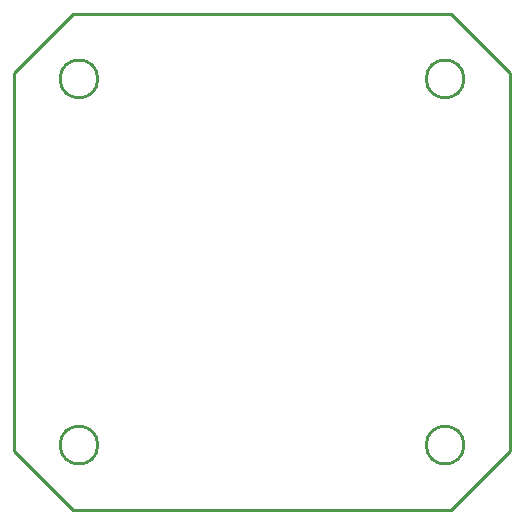
<source format=gbr>
%TF.GenerationSoftware,KiCad,Pcbnew,(6.0.5)*%
%TF.CreationDate,2023-01-06T15:20:20+08:00*%
%TF.ProjectId,Step_Ctrl_V1,53746570-5f43-4747-926c-5f56312e6b69,rev?*%
%TF.SameCoordinates,Original*%
%TF.FileFunction,Profile,NP*%
%FSLAX46Y46*%
G04 Gerber Fmt 4.6, Leading zero omitted, Abs format (unit mm)*
G04 Created by KiCad (PCBNEW (6.0.5)) date 2023-01-06 15:20:20*
%MOMM*%
%LPD*%
G01*
G04 APERTURE LIST*
%TA.AperFunction,Profile*%
%ADD10C,0.250000*%
%TD*%
G04 APERTURE END LIST*
D10*
X115761000Y-83300000D02*
G75*
G03*
X115761000Y-83300000I-1600000J0D01*
G01*
X146761000Y-83300000D02*
G75*
G03*
X146761000Y-83300000I-1600000J0D01*
G01*
X115761000Y-114300000D02*
G75*
G03*
X115761000Y-114300000I-1600000J0D01*
G01*
X146761000Y-114300000D02*
G75*
G03*
X146761000Y-114300000I-1600000J0D01*
G01*
X113661000Y-119800000D02*
X108661000Y-114800000D01*
X145661000Y-119800000D02*
X150661000Y-114800000D01*
X145661000Y-77800000D02*
X150661000Y-82800000D01*
X108661000Y-82800000D02*
X113661000Y-77800000D01*
X150661000Y-114800000D02*
X150661000Y-82800000D01*
X113661000Y-119800000D02*
X145661000Y-119800000D01*
X108661000Y-82800000D02*
X108661000Y-114800000D01*
X145661000Y-77800000D02*
X113661000Y-77800000D01*
M02*

</source>
